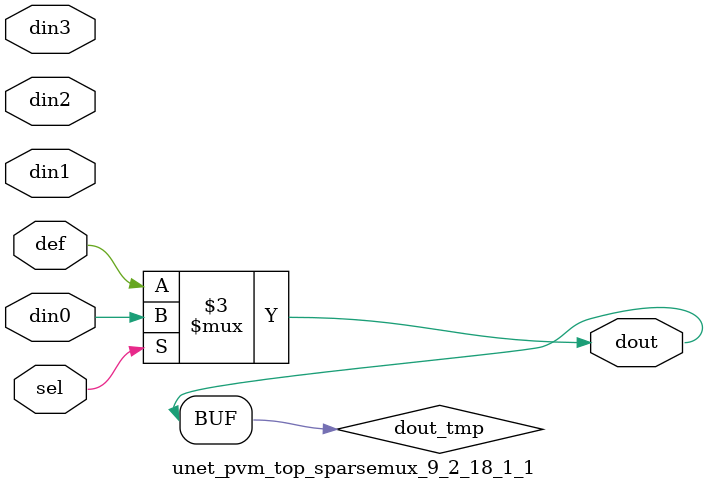
<source format=v>
`timescale 1ns / 1ps

module unet_pvm_top_sparsemux_9_2_18_1_1 (din0,din1,din2,din3,def,sel,dout);

parameter din0_WIDTH = 1;

parameter din1_WIDTH = 1;

parameter din2_WIDTH = 1;

parameter din3_WIDTH = 1;

parameter def_WIDTH = 1;
parameter sel_WIDTH = 1;
parameter dout_WIDTH = 1;

parameter [sel_WIDTH-1:0] CASE0 = 1;

parameter [sel_WIDTH-1:0] CASE1 = 1;

parameter [sel_WIDTH-1:0] CASE2 = 1;

parameter [sel_WIDTH-1:0] CASE3 = 1;

parameter ID = 1;
parameter NUM_STAGE = 1;



input [din0_WIDTH-1:0] din0;

input [din1_WIDTH-1:0] din1;

input [din2_WIDTH-1:0] din2;

input [din3_WIDTH-1:0] din3;

input [def_WIDTH-1:0] def;
input [sel_WIDTH-1:0] sel;

output [dout_WIDTH-1:0] dout;



reg [dout_WIDTH-1:0] dout_tmp;


always @ (*) begin
(* parallel_case *) case (sel)
    
    CASE0 : dout_tmp = din0;
    
    CASE1 : dout_tmp = din1;
    
    CASE2 : dout_tmp = din2;
    
    CASE3 : dout_tmp = din3;
    
    default : dout_tmp = def;
endcase
end


assign dout = dout_tmp;



endmodule

</source>
